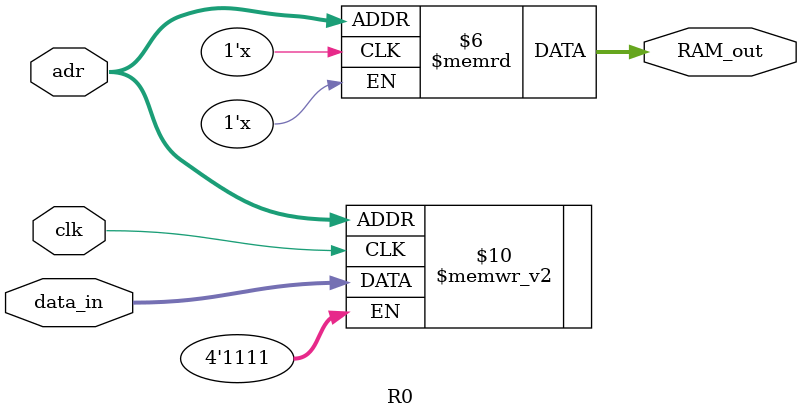
<source format=v>
module R0 #(parameter ADDR_WIDTH = 2, DATA_WIDTH = 4)
(
    input clk, //тактовый сигнал
    input [ADDR_WIDTH-1:0] adr, 
    input [DATA_WIDTH-1:0] data_in, 
    output [DATA_WIDTH-1:0] RAM_out 
);
    reg [DATA_WIDTH-1:0] mem [2**ADDR_WIDTH-1:0]; 
 
    always @(posedge clk)
        mem [adr] <= data_in;
    
    assign RAM_out = mem[adr]; 
endmodule

</source>
